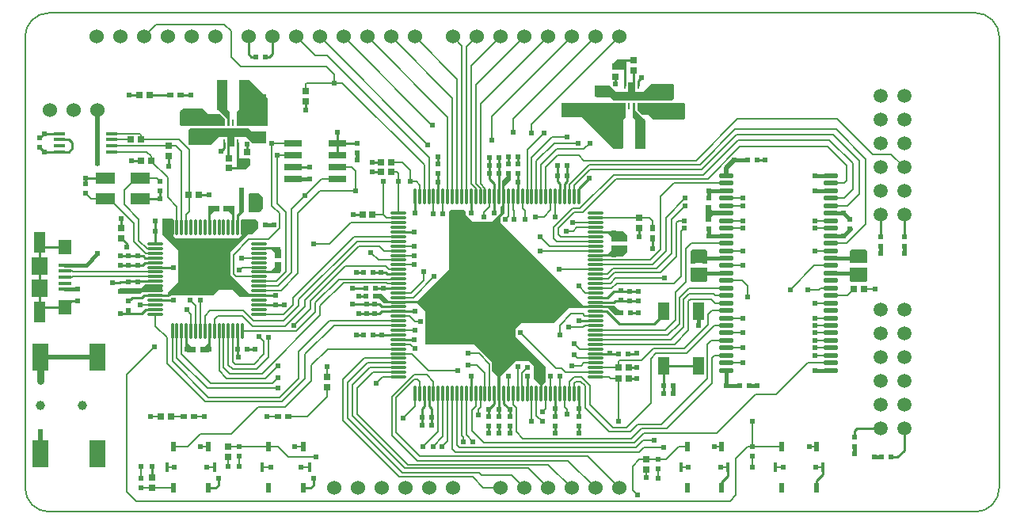
<source format=gtl>
%FSLAX25Y25*%
%MOIN*%
G70*
G01*
G75*
G04 Layer_Physical_Order=1*
G04 Layer_Color=255*
%ADD10O,0.06102X0.02165*%
%ADD11R,0.04921X0.01378*%
%ADD12O,0.07087X0.01181*%
%ADD13O,0.01181X0.07087*%
%ADD14R,0.02362X0.03937*%
%ADD15R,0.01772X0.03937*%
%ADD16R,0.07480X0.02835*%
%ADD17R,0.04921X0.07284*%
%ADD18R,0.09843X0.03543*%
%ADD19R,0.00984X0.03150*%
%ADD20R,0.07087X0.11811*%
%ADD21R,0.05118X0.09055*%
%ADD22R,0.07087X0.07480*%
%ADD23R,0.05512X0.06299*%
%ADD24R,0.05315X0.01575*%
%ADD25R,0.07874X0.04724*%
%ADD26R,0.04331X0.12598*%
%ADD27R,0.02953X0.02559*%
%ADD28R,0.02756X0.01969*%
%ADD29R,0.01969X0.02756*%
%ADD30R,0.05906X0.05118*%
%ADD31R,0.02362X0.01969*%
%ADD32R,0.02559X0.02953*%
%ADD33R,0.01969X0.02362*%
%ADD34C,0.00600*%
%ADD35C,0.01000*%
%ADD36C,0.01500*%
%ADD37C,0.02000*%
%ADD38C,0.03000*%
%ADD39C,0.06000*%
%ADD40C,0.05906*%
%ADD41C,0.03937*%
%ADD42C,0.02400*%
G36*
X108400Y110768D02*
Y107168D01*
X106000D01*
Y109169D01*
X104500Y110669D01*
X101500D01*
Y111669D01*
X107500D01*
X108400Y110768D01*
D02*
G37*
G36*
X355209Y110146D02*
Y105000D01*
X348009D01*
Y110246D01*
X348710Y110946D01*
X354410D01*
X355209Y110146D01*
D02*
G37*
G36*
X288000Y110246D02*
Y105000D01*
X280800D01*
Y110146D01*
X281600Y110946D01*
X287300D01*
X288000Y110246D01*
D02*
G37*
G36*
X254200Y109807D02*
X252252Y107859D01*
X240835D01*
Y108859D01*
X245985D01*
X247485Y110359D01*
Y112359D01*
X254200D01*
Y109807D01*
D02*
G37*
G36*
X82511Y126900D02*
X80511D01*
X79011Y125400D01*
Y122400D01*
X78011D01*
Y128400D01*
X78911Y129300D01*
X82511D01*
Y126900D01*
D02*
G37*
G36*
X92800Y136400D02*
Y126800D01*
X90900Y124900D01*
Y120200D01*
X89800D01*
Y125600D01*
X90800Y126600D01*
Y136400D01*
X91300Y136900D01*
X92300D01*
X92800Y136400D01*
D02*
G37*
G36*
X254200Y116700D02*
Y114148D01*
X247485D01*
Y116148D01*
X245985Y117648D01*
X240835D01*
Y118648D01*
X252252D01*
X254200Y116700D01*
D02*
G37*
G36*
X63300Y123400D02*
Y116400D01*
X64300Y115400D01*
X90700D01*
X91800Y116500D01*
Y117300D01*
Y123400D01*
X97900D01*
X98800Y122500D01*
Y119900D01*
X96200Y117300D01*
X94700D01*
X87100Y109700D01*
Y100000D01*
X95000Y92100D01*
X97800D01*
Y90900D01*
X91300D01*
X88300Y93900D01*
X82300D01*
X79900Y91500D01*
X62300D01*
X61800Y91000D01*
X60768D01*
Y92768D01*
X65300Y97300D01*
Y110300D01*
X58500Y117100D01*
Y119200D01*
Y123900D01*
X62800D01*
X63300Y123400D01*
D02*
G37*
G36*
X78957Y68400D02*
X78057Y67500D01*
X74458D01*
Y69900D01*
X76458D01*
X77957Y71400D01*
Y74400D01*
X78957D01*
Y68400D01*
D02*
G37*
G36*
X69169Y71400D02*
X70669Y69900D01*
X72668D01*
Y67500D01*
X69068D01*
X68168Y68400D01*
Y74400D01*
X69169D01*
Y71400D01*
D02*
G37*
G36*
X58500Y92900D02*
X50200D01*
X49300Y92000D01*
X40700D01*
X39800Y92900D01*
Y93700D01*
X40500Y94400D01*
X49700D01*
X51300Y96000D01*
X58500D01*
Y92900D01*
D02*
G37*
G36*
X108400Y101779D02*
X107500Y100880D01*
X101500D01*
Y101880D01*
X104500D01*
X106000Y103379D01*
Y105379D01*
X108400D01*
Y101779D01*
D02*
G37*
G36*
X355209Y97900D02*
X354410Y97100D01*
X348710D01*
X348009Y97800D01*
Y103046D01*
X355209D01*
Y97900D01*
D02*
G37*
G36*
X288000Y97800D02*
X287300Y97100D01*
X281600D01*
X280800Y97900D01*
Y103046D01*
X288000D01*
Y97800D01*
D02*
G37*
G36*
X85800Y169900D02*
X86900Y168800D01*
Y162800D01*
X85900D01*
Y165900D01*
X81500Y170300D01*
Y182200D01*
X85800D01*
Y169900D01*
D02*
G37*
G36*
X77600Y167900D02*
X82900D01*
X84900Y165900D01*
Y162800D01*
X66500D01*
X65800Y163500D01*
Y168500D01*
X67300Y170000D01*
X75500D01*
X77600Y167900D01*
D02*
G37*
G36*
X96200Y160600D02*
X102200D01*
Y155500D01*
X96400D01*
X93700Y158200D01*
X88800D01*
Y154100D01*
X85900D01*
Y158200D01*
X82600D01*
X82500Y158300D01*
X79000Y154800D01*
X69800D01*
X69400Y155200D01*
Y161000D01*
X70200Y161800D01*
X95000D01*
X96200Y160600D01*
D02*
G37*
G36*
X103000Y174300D02*
Y162800D01*
X89900D01*
Y168800D01*
X91000Y169900D01*
Y182000D01*
X95300D01*
X103000Y174300D01*
D02*
G37*
G36*
X253600Y186400D02*
X248100D01*
Y189200D01*
X249800Y190900D01*
X253600D01*
Y186400D01*
D02*
G37*
G36*
X257500Y177200D02*
X260800D01*
X260900Y177100D01*
X264400Y180600D01*
X273600D01*
X274000Y180200D01*
Y174400D01*
X273200Y173600D01*
X248400D01*
X247200Y174800D01*
X241200D01*
Y179900D01*
X247000D01*
X249700Y177200D01*
X254600D01*
Y181300D01*
X257500D01*
Y177200D01*
D02*
G37*
G36*
X278500Y172000D02*
Y166000D01*
X277900Y165400D01*
X265300D01*
X263200Y167500D01*
X260500D01*
X258500Y169500D01*
Y172600D01*
X277900D01*
X278500Y172000D01*
D02*
G37*
G36*
X289600Y127700D02*
X290200Y127100D01*
X296000D01*
Y125000D01*
X290300D01*
X289600Y124300D01*
Y122600D01*
X287300D01*
Y129600D01*
X289600D01*
Y127700D01*
D02*
G37*
G36*
X205300Y140000D02*
X202700Y137400D01*
Y126000D01*
X201000Y124300D01*
Y122200D01*
X236000Y87200D01*
X248900D01*
X250600Y85500D01*
X250900D01*
Y83000D01*
X249200D01*
X246100Y86100D01*
X229500D01*
X223100Y79700D01*
X209600D01*
X207300Y77300D01*
Y73900D01*
X219800Y61400D01*
Y55200D01*
X218500Y53900D01*
Y47300D01*
X217500D01*
X217400Y47400D01*
X217500Y47500D01*
Y53800D01*
X214800Y56500D01*
Y61900D01*
X212900Y63800D01*
X207200D01*
X200800Y57400D01*
Y47600D01*
X199700D01*
Y57500D01*
X197300Y59900D01*
Y63400D01*
X190000Y70700D01*
X169300D01*
Y84800D01*
X166027Y88100D01*
X152000D01*
X150000Y90100D01*
X148600D01*
Y92100D01*
X150800D01*
X153700Y89200D01*
X166000D01*
X179300Y102500D01*
Y126900D01*
X179800Y127400D01*
X185700D01*
X186300Y126800D01*
Y125400D01*
X189300Y122400D01*
X197300D01*
X200800Y125900D01*
Y128500D01*
X201700Y129400D01*
Y139800D01*
X203400Y141500D01*
Y143700D01*
X205300D01*
Y140000D01*
D02*
G37*
G36*
X88800Y128400D02*
Y122400D01*
X87800D01*
Y125400D01*
X86300Y126900D01*
X84300D01*
Y129300D01*
X87900D01*
X88800Y128400D01*
D02*
G37*
G36*
X100800Y132900D02*
Y127900D01*
X99300Y126400D01*
X94800D01*
Y133900D01*
X95300Y134400D01*
X99300D01*
X100800Y132900D01*
D02*
G37*
G36*
X253500Y166600D02*
X252400Y165500D01*
Y153400D01*
X248100D01*
X235100Y166500D01*
X226500D01*
Y172600D01*
X253500D01*
Y166600D01*
D02*
G37*
G36*
X257500Y169500D02*
X261900Y165100D01*
Y153200D01*
X257600D01*
Y165500D01*
X256500Y166600D01*
Y172600D01*
X257500D01*
Y169500D01*
D02*
G37*
G36*
X95300Y146200D02*
X93600Y144500D01*
X89800D01*
Y149000D01*
X95300D01*
Y146200D01*
D02*
G37*
D10*
X295957Y141818D02*
D03*
Y138669D02*
D03*
Y135519D02*
D03*
Y132369D02*
D03*
Y129220D02*
D03*
Y126070D02*
D03*
Y122921D02*
D03*
Y119771D02*
D03*
Y116621D02*
D03*
Y113472D02*
D03*
Y110322D02*
D03*
Y107172D02*
D03*
Y104023D02*
D03*
Y100873D02*
D03*
Y97724D02*
D03*
Y94574D02*
D03*
Y91424D02*
D03*
Y88275D02*
D03*
Y85125D02*
D03*
Y81976D02*
D03*
Y78826D02*
D03*
Y75676D02*
D03*
Y72527D02*
D03*
Y69377D02*
D03*
Y66228D02*
D03*
Y63078D02*
D03*
Y59928D02*
D03*
X340052Y141818D02*
D03*
Y138669D02*
D03*
Y135519D02*
D03*
Y132369D02*
D03*
Y129220D02*
D03*
Y126070D02*
D03*
Y122921D02*
D03*
Y119771D02*
D03*
Y116621D02*
D03*
Y113472D02*
D03*
Y110322D02*
D03*
Y107172D02*
D03*
Y104023D02*
D03*
Y100873D02*
D03*
Y97724D02*
D03*
Y94574D02*
D03*
Y91424D02*
D03*
Y88275D02*
D03*
Y85125D02*
D03*
Y81976D02*
D03*
Y78826D02*
D03*
Y75676D02*
D03*
Y72527D02*
D03*
Y69377D02*
D03*
Y66228D02*
D03*
Y63078D02*
D03*
Y59928D02*
D03*
D11*
X15078Y159639D02*
D03*
Y157080D02*
D03*
Y154520D02*
D03*
Y151961D02*
D03*
X37322Y159639D02*
D03*
Y157080D02*
D03*
Y154520D02*
D03*
Y151961D02*
D03*
D12*
X157765Y57151D02*
D03*
Y59120D02*
D03*
Y61088D02*
D03*
Y63057D02*
D03*
Y65025D02*
D03*
Y66994D02*
D03*
Y68962D02*
D03*
Y70931D02*
D03*
Y72899D02*
D03*
Y74868D02*
D03*
Y76836D02*
D03*
Y78805D02*
D03*
Y80773D02*
D03*
Y82742D02*
D03*
Y84710D02*
D03*
Y86679D02*
D03*
Y88647D02*
D03*
Y90616D02*
D03*
Y92584D02*
D03*
Y94553D02*
D03*
Y96521D02*
D03*
Y98490D02*
D03*
Y100458D02*
D03*
Y102427D02*
D03*
Y104395D02*
D03*
Y106364D02*
D03*
Y108332D02*
D03*
Y110301D02*
D03*
Y112269D02*
D03*
Y114238D02*
D03*
Y116206D02*
D03*
Y118175D02*
D03*
Y120143D02*
D03*
Y122112D02*
D03*
Y124080D02*
D03*
Y126049D02*
D03*
X240835D02*
D03*
Y124080D02*
D03*
Y122112D02*
D03*
Y120143D02*
D03*
Y118175D02*
D03*
Y116206D02*
D03*
Y114238D02*
D03*
Y112269D02*
D03*
Y110301D02*
D03*
Y108332D02*
D03*
Y106364D02*
D03*
Y104395D02*
D03*
Y102427D02*
D03*
Y100458D02*
D03*
Y98490D02*
D03*
Y96521D02*
D03*
Y94553D02*
D03*
Y92584D02*
D03*
Y90616D02*
D03*
Y88647D02*
D03*
Y86679D02*
D03*
Y84710D02*
D03*
Y82742D02*
D03*
Y80773D02*
D03*
Y78805D02*
D03*
Y76836D02*
D03*
Y74868D02*
D03*
Y72899D02*
D03*
Y70931D02*
D03*
Y68962D02*
D03*
Y66994D02*
D03*
Y65025D02*
D03*
Y63057D02*
D03*
Y61088D02*
D03*
Y59120D02*
D03*
Y57151D02*
D03*
X99350Y113164D02*
D03*
Y111195D02*
D03*
Y109227D02*
D03*
Y107258D02*
D03*
Y105290D02*
D03*
Y103321D02*
D03*
Y101353D02*
D03*
Y99384D02*
D03*
Y97416D02*
D03*
Y95447D02*
D03*
Y93479D02*
D03*
Y91510D02*
D03*
Y89542D02*
D03*
Y87573D02*
D03*
Y85605D02*
D03*
Y83636D02*
D03*
X55650D02*
D03*
Y85605D02*
D03*
Y87573D02*
D03*
Y89542D02*
D03*
Y91510D02*
D03*
Y93479D02*
D03*
Y95447D02*
D03*
Y97416D02*
D03*
Y99384D02*
D03*
Y101353D02*
D03*
Y103321D02*
D03*
Y105290D02*
D03*
Y107258D02*
D03*
Y109227D02*
D03*
Y111195D02*
D03*
Y113164D02*
D03*
D13*
X164851Y133135D02*
D03*
X166820D02*
D03*
X168788D02*
D03*
X170757D02*
D03*
X172725D02*
D03*
X174694D02*
D03*
X176662D02*
D03*
X178631D02*
D03*
X180599D02*
D03*
X182568D02*
D03*
X184536D02*
D03*
X186505D02*
D03*
X188473D02*
D03*
X190442D02*
D03*
X192410D02*
D03*
X194379D02*
D03*
X196347D02*
D03*
X198316D02*
D03*
X200284D02*
D03*
X202253D02*
D03*
X204221D02*
D03*
X206190D02*
D03*
X208158D02*
D03*
X210127D02*
D03*
X212095D02*
D03*
X214064D02*
D03*
X216032D02*
D03*
X218001D02*
D03*
X219969D02*
D03*
X221938D02*
D03*
X223906D02*
D03*
X225875D02*
D03*
X227843D02*
D03*
X229812D02*
D03*
X231780D02*
D03*
X233749D02*
D03*
Y50065D02*
D03*
X231780D02*
D03*
X229812D02*
D03*
X227843D02*
D03*
X225875D02*
D03*
X223906D02*
D03*
X221938D02*
D03*
X219969D02*
D03*
X218001D02*
D03*
X216032D02*
D03*
X214064D02*
D03*
X212095D02*
D03*
X210127D02*
D03*
X208158D02*
D03*
X206190D02*
D03*
X204221D02*
D03*
X202253D02*
D03*
X200284D02*
D03*
X198316D02*
D03*
X196347D02*
D03*
X194379D02*
D03*
X192410D02*
D03*
X190442D02*
D03*
X188473D02*
D03*
X186505D02*
D03*
X184536D02*
D03*
X182568D02*
D03*
X180599D02*
D03*
X178631D02*
D03*
X176662D02*
D03*
X174694D02*
D03*
X172725D02*
D03*
X170757D02*
D03*
X168788D02*
D03*
X166820D02*
D03*
X164851D02*
D03*
X62736Y120250D02*
D03*
X64705D02*
D03*
X66673D02*
D03*
X68642D02*
D03*
X70610D02*
D03*
X72579D02*
D03*
X74547D02*
D03*
X76516D02*
D03*
X78484D02*
D03*
X80453D02*
D03*
X82421D02*
D03*
X84390D02*
D03*
X86358D02*
D03*
X88327D02*
D03*
X90295D02*
D03*
X92264D02*
D03*
Y76550D02*
D03*
X90295D02*
D03*
X88327D02*
D03*
X86358D02*
D03*
X84390D02*
D03*
X82421D02*
D03*
X80453D02*
D03*
X78484D02*
D03*
X76516D02*
D03*
X74547D02*
D03*
X72579D02*
D03*
X70610D02*
D03*
X68642D02*
D03*
X66673D02*
D03*
X64705D02*
D03*
X62736D02*
D03*
D14*
X103217Y27761D02*
D03*
Y10439D02*
D03*
X117783D02*
D03*
Y27761D02*
D03*
X279416D02*
D03*
Y10439D02*
D03*
X293984D02*
D03*
Y27761D02*
D03*
X319378D02*
D03*
Y10439D02*
D03*
X333945D02*
D03*
Y27761D02*
D03*
X63217D02*
D03*
Y10439D02*
D03*
X77784D02*
D03*
Y27761D02*
D03*
D15*
X100559Y19100D02*
D03*
X120441D02*
D03*
X276759D02*
D03*
X296641D02*
D03*
X316721D02*
D03*
X336602D02*
D03*
X60559D02*
D03*
X80441D02*
D03*
D16*
X113648Y155500D02*
D03*
Y150500D02*
D03*
Y145500D02*
D03*
Y140500D02*
D03*
X132152Y155500D02*
D03*
Y150500D02*
D03*
Y145500D02*
D03*
Y140500D02*
D03*
D17*
X269516Y61983D02*
D03*
X284084D02*
D03*
Y84817D02*
D03*
X269516D02*
D03*
D18*
X256025Y175400D02*
D03*
X87375Y160000D02*
D03*
D19*
X258978Y171069D02*
D03*
X257010D02*
D03*
X255041D02*
D03*
X253072D02*
D03*
Y179731D02*
D03*
X255041D02*
D03*
X257010D02*
D03*
X258978D02*
D03*
X84422Y155669D02*
D03*
X86391D02*
D03*
X88359D02*
D03*
X90328D02*
D03*
Y164331D02*
D03*
X88359D02*
D03*
X86391D02*
D03*
X84422D02*
D03*
D20*
X31116Y24675D02*
D03*
X7100D02*
D03*
Y65620D02*
D03*
X31116D02*
D03*
D21*
X6968Y84436D02*
D03*
Y113964D02*
D03*
D22*
Y103924D02*
D03*
Y94476D02*
D03*
D23*
X17500Y111798D02*
D03*
Y86602D02*
D03*
D24*
Y104318D02*
D03*
Y101759D02*
D03*
Y99200D02*
D03*
Y96641D02*
D03*
Y94082D02*
D03*
D25*
X49183Y132269D02*
D03*
Y140931D02*
D03*
X34617D02*
D03*
Y132269D02*
D03*
D26*
X259724Y159600D02*
D03*
X250276D02*
D03*
X83650Y175700D02*
D03*
X93099D02*
D03*
D27*
X154800Y147400D02*
D03*
X150469D02*
D03*
Y143500D02*
D03*
X154800D02*
D03*
X48835Y175900D02*
D03*
X53165D02*
D03*
X49487Y157080D02*
D03*
X45157D02*
D03*
X73965Y133800D02*
D03*
X69635D02*
D03*
X49535Y148000D02*
D03*
X53865D02*
D03*
X349500Y94000D02*
D03*
X353831D02*
D03*
X254765Y56400D02*
D03*
X250435D02*
D03*
X254765Y61100D02*
D03*
X250435D02*
D03*
X62265Y40400D02*
D03*
X57935D02*
D03*
X147065Y125400D02*
D03*
X142735D02*
D03*
D28*
X111465Y40400D02*
D03*
X107135D02*
D03*
X61835Y175900D02*
D03*
X66165D02*
D03*
X71765Y40400D02*
D03*
X67435D02*
D03*
D29*
X265000Y119965D02*
D03*
Y115635D02*
D03*
D30*
X243500Y177340D02*
D03*
Y169860D02*
D03*
X72475Y158460D02*
D03*
Y165940D02*
D03*
X99275Y158000D02*
D03*
Y165480D02*
D03*
X271000Y176940D02*
D03*
Y169460D02*
D03*
D31*
X264700Y175037D02*
D03*
Y171100D02*
D03*
X267077Y18557D02*
D03*
Y22494D02*
D03*
X307000Y23763D02*
D03*
Y27700D02*
D03*
X140700Y151532D02*
D03*
Y155468D02*
D03*
X48200Y104131D02*
D03*
Y108069D02*
D03*
X44100Y104131D02*
D03*
Y108069D02*
D03*
Y93231D02*
D03*
Y97168D02*
D03*
X48300Y93231D02*
D03*
Y97168D02*
D03*
X106200Y87532D02*
D03*
Y91469D02*
D03*
X44300Y85232D02*
D03*
Y89169D02*
D03*
X107200Y108369D02*
D03*
Y104431D02*
D03*
X6900Y157768D02*
D03*
Y153832D02*
D03*
X26200Y138537D02*
D03*
Y134600D02*
D03*
X57600Y135563D02*
D03*
Y139500D02*
D03*
X349507Y102075D02*
D03*
Y106012D02*
D03*
X348000Y119532D02*
D03*
Y123468D02*
D03*
X353731Y102075D02*
D03*
Y106012D02*
D03*
X288440Y123571D02*
D03*
Y119634D02*
D03*
X288454Y128591D02*
D03*
Y132528D02*
D03*
X281976Y105971D02*
D03*
Y102034D02*
D03*
X286789Y105971D02*
D03*
Y102034D02*
D03*
X370800Y112163D02*
D03*
Y116100D02*
D03*
X360800Y112163D02*
D03*
Y116100D02*
D03*
X349800Y27963D02*
D03*
Y31900D02*
D03*
X195800Y36432D02*
D03*
Y40369D02*
D03*
X223906Y36531D02*
D03*
Y40468D02*
D03*
X253000Y115168D02*
D03*
Y111232D02*
D03*
X248700Y115168D02*
D03*
Y111232D02*
D03*
X174694Y146869D02*
D03*
Y142931D02*
D03*
X204300Y146869D02*
D03*
Y142931D02*
D03*
X200300Y36432D02*
D03*
Y40369D02*
D03*
X208158Y146869D02*
D03*
Y142931D02*
D03*
X204800Y36432D02*
D03*
Y40369D02*
D03*
X251500Y93337D02*
D03*
Y89400D02*
D03*
X233749Y36531D02*
D03*
Y40468D02*
D03*
X255100Y93237D02*
D03*
Y89300D02*
D03*
X144500Y83732D02*
D03*
Y87669D02*
D03*
X147900Y83732D02*
D03*
Y87669D02*
D03*
X49500Y14337D02*
D03*
Y10400D02*
D03*
X90835Y23863D02*
D03*
Y27800D02*
D03*
X79175Y160231D02*
D03*
Y164169D02*
D03*
D32*
X118800Y173069D02*
D03*
Y177400D02*
D03*
X262142Y18223D02*
D03*
Y22554D02*
D03*
X61300Y150035D02*
D03*
Y154365D02*
D03*
X41300Y115635D02*
D03*
Y119965D02*
D03*
X259300Y119769D02*
D03*
Y124100D02*
D03*
X54100Y14731D02*
D03*
Y10400D02*
D03*
X86100Y23535D02*
D03*
Y27865D02*
D03*
X127800Y52900D02*
D03*
Y57231D02*
D03*
X94100Y147635D02*
D03*
Y151965D02*
D03*
X86435Y149331D02*
D03*
Y145000D02*
D03*
X249300Y187765D02*
D03*
Y183435D02*
D03*
X257000Y186035D02*
D03*
Y190365D02*
D03*
D33*
X101868Y121300D02*
D03*
X97931D02*
D03*
X55632Y122700D02*
D03*
X59569D02*
D03*
X95768Y132400D02*
D03*
X91831D02*
D03*
X95768Y128000D02*
D03*
X91831D02*
D03*
X85268Y128100D02*
D03*
X81331D02*
D03*
X94269Y68800D02*
D03*
X90332D02*
D03*
X75568Y68700D02*
D03*
X71631D02*
D03*
X305471Y53473D02*
D03*
X301534D02*
D03*
X308789Y148461D02*
D03*
X304852D02*
D03*
X361300Y23400D02*
D03*
X365237D02*
D03*
X101800Y191900D02*
D03*
X97863D02*
D03*
X167832Y40300D02*
D03*
X171768D02*
D03*
X273502Y53466D02*
D03*
X269565D02*
D03*
X254569Y66994D02*
D03*
X250631D02*
D03*
X224832Y141900D02*
D03*
X228768D02*
D03*
X255542Y84332D02*
D03*
X251606D02*
D03*
X144332Y91100D02*
D03*
X148268D02*
D03*
X196335Y146304D02*
D03*
X200272D02*
D03*
X196335Y142804D02*
D03*
X200272D02*
D03*
X143363Y74868D02*
D03*
X147300D02*
D03*
X144332Y94600D02*
D03*
X148268D02*
D03*
X143141Y101091D02*
D03*
X147078D02*
D03*
D34*
X47400Y4900D02*
X297400D01*
X43500Y8800D02*
X47400Y4900D01*
X111465Y40400D02*
X119500D01*
X127800Y48700D01*
X87600Y33100D02*
X99000Y44500D01*
X110200D01*
X91000Y102000D02*
X92321Y103321D01*
X88400Y108500D02*
X95000Y115100D01*
X88400Y100600D02*
Y108500D01*
Y100600D02*
X89616Y99384D01*
X99350D01*
X134900Y96900D02*
X152900D01*
X125000Y87000D02*
X134900Y96900D01*
X125000Y83100D02*
Y87000D01*
X100400Y58500D02*
X125000Y83100D01*
X121200Y62000D02*
X128162Y68962D01*
X132809Y98309D02*
X157584D01*
X123000Y88500D02*
X132809Y98309D01*
X123000Y84600D02*
Y88500D01*
X114950Y76550D02*
X123000Y84600D01*
X135500Y103900D02*
X152400D01*
X120900Y89300D02*
X135500Y103900D01*
X120900Y85900D02*
Y89300D01*
X113900Y78900D02*
X120900Y85900D01*
X141200Y112300D02*
X149900D01*
X118550Y89650D02*
X141200Y112300D01*
X110100Y78500D02*
X118550Y86950D01*
Y89650D01*
X116000Y89800D02*
X140438Y114238D01*
X116000Y87300D02*
Y89800D01*
X109400Y80700D02*
X116000Y87300D01*
X140438Y114238D02*
X157765D01*
X113500Y90400D02*
X139306Y116206D01*
X113500Y87500D02*
Y90400D01*
X109636Y83636D02*
X113500Y87500D01*
X139306Y116206D02*
X157765D01*
X122300Y113000D02*
X128800D01*
X229000Y41500D02*
Y43500D01*
X227843Y44657D02*
X229000Y43500D01*
X227843Y44657D02*
Y50065D01*
X218500Y42500D02*
X219969Y43969D01*
X246500Y34000D02*
X255400D01*
X236400Y44100D02*
X246500Y34000D01*
X236400Y44100D02*
Y53600D01*
X255400Y34000D02*
X258600Y37200D01*
X253800Y35900D02*
X264200Y46300D01*
X248100Y35900D02*
X253800D01*
X238400Y45600D02*
X248100Y35900D01*
X238400Y45600D02*
Y53600D01*
X264200Y46300D02*
Y64900D01*
X258600Y37200D02*
X268400D01*
X260200Y35400D02*
X271000D01*
X256000Y31200D02*
X260200Y35400D01*
X210300Y31200D02*
X256000D01*
X261300Y33500D02*
X291900D01*
X257200Y29400D02*
X261300Y33500D01*
X193800Y29400D02*
X257200D01*
X260800Y30500D02*
X265500D01*
X257900Y27600D02*
X260800Y30500D01*
X183500Y27600D02*
X257900D01*
X261100Y27500D02*
X269500D01*
X259100Y25500D02*
X261100Y27500D01*
X182000Y25500D02*
X259100D01*
X216032Y40968D02*
X218500Y38500D01*
X207500Y34000D02*
X210300Y31200D01*
X207500Y34000D02*
Y44200D01*
X206190Y45510D02*
X207500Y44200D01*
X231900Y66500D02*
X233375Y65025D01*
X232000Y71000D02*
X234169Y68831D01*
X168500Y97900D02*
Y101400D01*
X163184Y92584D02*
X168500Y97900D01*
X164116Y90616D02*
X173000Y99500D01*
X157765Y90616D02*
X164116D01*
X228500Y118500D02*
X231400D01*
X226294Y116206D02*
X240835D01*
X225300Y117200D02*
X226294Y116206D01*
X225300Y117200D02*
Y119900D01*
X232000Y126600D01*
X224694Y114106D02*
X240704D01*
X223300Y115500D02*
X224694Y114106D01*
X223300Y115500D02*
Y120200D01*
X231100Y128000D01*
X221431Y112269D02*
X240835D01*
X217500Y116200D02*
X221431Y112269D01*
X217500Y110301D02*
X240835D01*
X235600Y78000D02*
X236405Y78805D01*
X229500Y78000D02*
X235600D01*
X225800Y74900D02*
Y78900D01*
X224900Y150400D02*
X233900D01*
X219969Y145469D02*
X224900Y150400D01*
X219969Y133135D02*
Y145469D01*
X224500Y153000D02*
X236000D01*
X218001Y146501D02*
X224500Y153000D01*
X218001Y133135D02*
Y146501D01*
X222600Y158100D02*
X229000D01*
X214064Y149564D02*
X222600Y158100D01*
X214064Y133135D02*
Y149564D01*
X223400Y155500D02*
X233500D01*
X236000Y153000D02*
X238400Y155400D01*
X147065Y125400D02*
X151600D01*
X20906Y101353D02*
X55650D01*
X20500Y101759D02*
X20906Y101353D01*
X17500Y101759D02*
X20500D01*
X20684Y99384D02*
X55650D01*
X20500Y99200D02*
X20684Y99384D01*
X17500Y99200D02*
X20500D01*
X102700Y40400D02*
X107135D01*
X71765D02*
X76200D01*
X62265D02*
X67435D01*
X235500Y83700D02*
X236327Y82873D01*
X230600Y83700D02*
X235500D01*
X225800Y78900D02*
X230600Y83700D01*
X236327Y82873D02*
X240704D01*
X168300Y27900D02*
X174694Y34294D01*
Y50065D01*
X50800Y200400D02*
X55900Y205500D01*
X55650Y78550D02*
X60500Y73700D01*
Y62799D02*
Y73700D01*
Y62799D02*
X76599Y46700D01*
X55650Y78550D02*
Y83636D01*
X197100Y156700D02*
Y166700D01*
X206300Y160000D02*
Y165900D01*
X240800Y200400D01*
X95000Y115100D02*
X103200D01*
X107800Y119700D01*
X64179Y154520D02*
X66673Y152027D01*
X37322Y154520D02*
X64179D01*
X66673Y120250D02*
Y152027D01*
X64705Y120250D02*
Y128895D01*
X60800Y132800D02*
X64705Y128895D01*
X60800Y132800D02*
Y141100D01*
X53922Y147978D02*
X60800Y141100D01*
X338400Y154200D02*
X346600Y146000D01*
X301700Y154200D02*
X338400D01*
X288100Y140600D02*
X301700Y154200D01*
X36131Y132269D02*
X46700Y121700D01*
Y114100D02*
Y121700D01*
Y114100D02*
X51573Y109227D01*
X42500Y129700D02*
Y135900D01*
Y129700D02*
X48700Y123500D01*
Y114600D02*
Y123500D01*
Y114600D02*
X52100Y111200D01*
X42500Y135900D02*
X47531Y140931D01*
X231400Y118500D02*
X233043Y120143D01*
X240835D01*
X49516Y14344D02*
Y19376D01*
X228180Y59120D02*
X240835D01*
X226400Y60900D02*
X228180Y59120D01*
X224200Y60900D02*
X226400D01*
X209300Y75800D02*
X224200Y60900D01*
X187300Y62300D02*
X190900D01*
X187300Y67000D02*
X191900D01*
X170600Y59900D02*
X182800D01*
X163506Y66994D02*
X170600Y59900D01*
X157765Y66994D02*
X163506D01*
X279200Y67000D02*
X291026Y78826D01*
X266300Y67000D02*
X279200D01*
X291026Y78826D02*
X295957D01*
X249820Y96500D02*
X273900D01*
X247732Y94412D02*
X249820Y96500D01*
X240976Y94412D02*
X247732D01*
X236405Y78805D02*
X240835D01*
X273900Y96500D02*
X276800Y99400D01*
X249300Y98700D02*
X269800D01*
X247121Y96521D02*
X249300Y98700D01*
X240835Y96521D02*
X247121D01*
X248800Y101100D02*
X268200D01*
X246190Y98490D02*
X248800Y101100D01*
X241600Y98490D02*
X246190D01*
X248300Y102900D02*
X266500D01*
X245858Y100458D02*
X248300Y102900D01*
X240835Y100458D02*
X245858D01*
X268200Y101100D02*
X274900Y107800D01*
X266500Y102900D02*
X272800Y109200D01*
X240704Y82873D02*
X240835Y82742D01*
X206190Y45510D02*
Y50065D01*
X185300Y29900D02*
Y31900D01*
X184536Y32664D02*
X185300Y31900D01*
X188800Y34400D02*
Y43300D01*
X186505Y32695D02*
X189300Y29900D01*
X184536Y32664D02*
Y50065D01*
X182568Y28532D02*
X183500Y27600D01*
X182568Y28532D02*
Y50065D01*
X180599Y26901D02*
X182000Y25500D01*
X180599Y26901D02*
Y50065D01*
X225400Y102427D02*
X240835D01*
X60559Y19100D02*
X63700D01*
X74642Y27761D02*
X77784D01*
X77300Y19100D02*
X80441D01*
X114100Y27761D02*
X117783D01*
X49300Y87573D02*
X55650D01*
X51573Y109227D02*
X55650D01*
X62736Y63764D02*
Y76550D01*
X64705Y65295D02*
Y76550D01*
X49183Y140931D02*
X56169D01*
X57600Y139500D01*
X26250Y134650D02*
X28631Y132269D01*
X34617D01*
X37322Y157059D02*
X45322D01*
X37322Y159618D02*
X48983D01*
X49487Y159114D01*
Y157080D02*
Y159114D01*
X68642Y120250D02*
Y125642D01*
X70610Y76550D02*
Y83590D01*
X74547Y76550D02*
Y89400D01*
X80453Y76550D02*
Y81353D01*
X52039Y151961D02*
X53922Y150078D01*
X37322Y151961D02*
X52039D01*
X53922Y147978D02*
Y150078D01*
X49487Y157080D02*
X65455D01*
X307000Y27700D02*
X319378D01*
X333461Y19039D02*
X336602D01*
X330804Y27700D02*
X333945D01*
X316721Y19039D02*
X319861D01*
X267077Y14626D02*
Y18557D01*
X240835Y124100D02*
X263600D01*
X265000Y122700D01*
Y119965D02*
Y122700D01*
X91842Y107258D02*
X99350D01*
X92321Y103321D02*
X99350D01*
X107800Y119700D02*
Y126100D01*
X66673Y66727D02*
Y76550D01*
X68800Y85400D02*
X70610Y83590D01*
X72579Y76550D02*
Y87079D01*
X70279Y89379D02*
X72579Y87079D01*
X88195Y76418D02*
X88327Y76550D01*
X99350Y97416D02*
X106616D01*
X110600Y101400D01*
X99350Y95447D02*
X107347D01*
X125600Y140500D02*
X132152D01*
X99350Y93479D02*
X99482Y93610D01*
X138200Y145500D02*
X139900Y143800D01*
X132152Y145500D02*
X138200D01*
X104700Y129200D02*
X107800Y126100D01*
X106900Y130300D02*
X110600Y126600D01*
Y101400D02*
Y126600D01*
X107347Y95447D02*
X113000Y101100D01*
Y127900D01*
X115700Y126200D02*
X125000Y135500D01*
X134800Y200400D02*
X172294Y162906D01*
X124800Y200400D02*
X170300Y154900D01*
X172725Y125925D02*
Y133135D01*
X176662Y125962D02*
Y133135D01*
X154800Y200400D02*
X180599Y174601D01*
X164800Y200400D02*
X182568Y182632D01*
X190400Y180000D02*
X210800Y200400D01*
X196225Y133013D02*
X196347Y133135D01*
X192400Y172000D02*
X220800Y200400D01*
X197100Y166700D02*
X230800Y200400D01*
X210127Y128073D02*
Y133135D01*
X213800Y163400D02*
X250800Y200400D01*
X157584Y98309D02*
X157765Y98490D01*
X80453Y81353D02*
X82000Y82900D01*
X92100D01*
X96500Y78500D01*
X76516Y76550D02*
Y82916D01*
X78600Y85000D01*
X92600D01*
X96900Y80700D01*
X88195Y63405D02*
Y76418D01*
X86358Y62142D02*
Y76550D01*
X151151Y57151D02*
X157765D01*
X168788Y133135D02*
X168800Y133147D01*
X151600Y125400D02*
X152920Y124080D01*
X157765D01*
X104700Y129200D02*
Y155500D01*
X113648D01*
X106900Y130300D02*
Y150500D01*
X113648D01*
X125000Y135500D02*
X139900D01*
Y143800D01*
X113000Y127900D02*
X118700Y133600D01*
X125600Y140500D01*
X240835Y57151D02*
X246449D01*
X247200Y56400D01*
X250435D01*
X240847Y61100D02*
X250435D01*
X178631Y30231D02*
Y50065D01*
X212500Y18700D02*
X220800Y10400D01*
X220900Y20300D02*
X230800Y10400D01*
X165800Y21900D02*
X229300D01*
X240800Y10400D01*
X256400Y9600D02*
X258450Y7550D01*
X96900Y80700D02*
X109400D01*
X96500Y78500D02*
X110100D01*
X157765Y108332D02*
X164700D01*
X157765Y112269D02*
X164700D01*
X157765Y104395D02*
X164700D01*
X92264Y76550D02*
X114950D01*
X153279Y96521D02*
X157765D01*
X152900Y96900D02*
X153279Y96521D01*
X88195Y63405D02*
X89100Y62500D01*
X86358Y62142D02*
X88100Y60400D01*
X66673Y66727D02*
X78800Y54600D01*
X105000D01*
X84390Y61110D02*
Y76550D01*
Y61110D02*
X87000Y58500D01*
X100400D01*
X82421Y59779D02*
Y76550D01*
Y59779D02*
X85600Y56600D01*
X101900D01*
X64705Y65295D02*
X77500Y52500D01*
X157765Y76836D02*
X164780D01*
X128873Y80773D02*
X157765D01*
Y70931D02*
X162869D01*
X86100Y27800D02*
X90835D01*
X143425Y65025D02*
X157765D01*
X134400Y56000D02*
X143425Y65025D01*
X144757Y63057D02*
X157765D01*
X145788Y61088D02*
X157765D01*
X147120Y59120D02*
X157765D01*
X136500Y54800D02*
X144757Y63057D01*
X138600Y53900D02*
X145788Y61088D01*
X140600Y52600D02*
X147120Y59120D01*
X155300Y32400D02*
X165800Y21900D01*
X155300Y32400D02*
Y48900D01*
X156900Y33700D02*
Y48500D01*
X164400Y56000D01*
X166000D01*
X166800Y55200D01*
X164851Y44751D02*
Y50065D01*
X159800Y39700D02*
X164851Y44751D01*
X166820Y50065D02*
Y55180D01*
X155300Y48900D02*
X164400Y58000D01*
X170000D01*
X172725Y55275D01*
Y50065D02*
Y55275D01*
X176662Y32162D02*
Y50065D01*
X186505Y32695D02*
Y50065D01*
X178631Y133135D02*
Y166569D01*
X144800Y200400D02*
X178631Y166569D01*
X180599Y133135D02*
Y174601D01*
X182568Y133135D02*
Y182632D01*
X184536Y133135D02*
Y196664D01*
X180800Y200400D02*
X184536Y196664D01*
X186505Y133135D02*
Y196105D01*
X190800Y200400D01*
X212095Y133135D02*
Y152795D01*
X219200Y159900D01*
X221938Y127338D02*
Y133135D01*
X219090Y124490D02*
X221938Y127338D01*
X215600Y124490D02*
X219090D01*
X223906D02*
Y133135D01*
X229812D02*
Y138112D01*
X231780Y133135D02*
Y137680D01*
X238500Y144400D01*
X285500D01*
X229812Y138112D02*
X238200Y146500D01*
X284800D01*
X240704Y114106D02*
X240835Y114238D01*
X273768Y138669D02*
X295957D01*
X333218Y122921D02*
X340052D01*
X353831Y94000D02*
X358493D01*
X340052Y91424D02*
X346924D01*
X233900Y150400D02*
X236000Y148300D01*
X283200D01*
X300600Y165700D01*
X307000Y27700D02*
Y38400D01*
X231780Y50065D02*
Y54380D01*
X232700Y55300D01*
X234700D01*
X236400Y53600D01*
X229812Y50065D02*
Y55112D01*
X231800Y57100D01*
X234900D01*
X238400Y53600D01*
X237400Y23800D02*
X250800Y10400D01*
X156900Y33700D02*
X166800Y23800D01*
X237400D01*
X250435Y38400D02*
Y56400D01*
X251000Y64200D02*
X260300D01*
X250435Y63635D02*
X251000Y64200D01*
X250435Y61100D02*
Y63635D01*
X289825Y85125D02*
X295957D01*
X233375Y65025D02*
X240835D01*
X235957Y63057D02*
X240835D01*
X234757Y61857D02*
X235957Y63057D01*
X230800Y61857D02*
X234757D01*
X216032Y40968D02*
Y50065D01*
X214064Y38500D02*
Y50065D01*
X219969Y43969D02*
Y50065D01*
X204221D02*
Y57238D01*
X208158Y50065D02*
Y61400D01*
X240704Y68831D02*
X240835Y68962D01*
X234169Y68831D02*
X240704D01*
X340052Y138669D02*
X345468D01*
X346600Y139800D01*
Y146000D01*
X286300Y142300D02*
X300900Y156900D01*
X339300D01*
X349200Y147000D01*
X285500Y144400D02*
X300100Y159000D01*
X341000D01*
X284800Y146500D02*
X299700Y161400D01*
X342200D01*
X340052Y129220D02*
X346920D01*
X351800Y134100D01*
Y148200D01*
X341000Y159000D02*
X351800Y148200D01*
X340052Y132369D02*
X345569D01*
X349200Y136000D01*
Y147000D01*
X342200Y161400D02*
X354700Y148900D01*
X340052Y113472D02*
X346572D01*
X354700Y121600D01*
Y148900D01*
X333170Y119791D02*
X340004D01*
X295957Y132369D02*
X302791D01*
X295957Y129220D02*
X302791D01*
X268300Y133200D02*
X273768Y138669D01*
X270500Y124319D02*
X278550Y132369D01*
X295957Y119771D02*
X302791D01*
X295957Y122921D02*
X302791D01*
X295957Y110322D02*
X302791D01*
X295957Y104023D02*
X302791D01*
X280274Y94574D02*
X295957D01*
X291225Y88275D02*
X295957D01*
X295933Y91400D02*
X295957Y91424D01*
X280900Y89900D02*
X289600D01*
X291225Y88275D01*
X280100Y92000D02*
X290700D01*
X291300Y91400D01*
X295933D01*
X264200Y64900D02*
X266300Y67000D01*
X260300Y64200D02*
X265300Y69200D01*
X288100Y83400D02*
X289825Y85125D01*
X287800Y56600D02*
Y70900D01*
X268400Y37200D02*
X287800Y56600D01*
X271000Y35400D02*
X290000Y54400D01*
X291028Y66228D02*
X295957D01*
X290000Y65200D02*
X291028Y66228D01*
X290000Y54400D02*
Y65200D01*
X289427Y72527D02*
X295957D01*
X287800Y70900D02*
X289427Y72527D01*
X265300Y69200D02*
X278300D01*
X288100Y79000D01*
Y83400D01*
X295957Y81976D02*
X302791D01*
X295957Y75676D02*
X302791D01*
X295957Y69377D02*
X302791D01*
X295957Y63078D02*
X302791D01*
X333218Y110322D02*
X340052D01*
X335474Y94574D02*
X340052D01*
X333218Y88275D02*
X340052D01*
X333218Y81976D02*
X340052D01*
X333218Y78826D02*
X340052D01*
X333218Y75676D02*
X340052D01*
X333218Y72527D02*
X340052D01*
X333218Y69377D02*
X340052D01*
X333218Y66228D02*
X340052D01*
X225875Y50065D02*
Y57400D01*
X272800Y123470D02*
X278550Y129220D01*
X274900Y122000D02*
X275820Y122921D01*
X278200D01*
X276800Y99400D02*
Y118371D01*
X278200Y119771D01*
X278800Y97200D02*
Y111000D01*
X280000Y89000D02*
X280900Y89900D01*
X278000D02*
X280100Y92000D01*
X276100Y90400D02*
X280274Y94574D01*
X274400Y92800D02*
X278800Y97200D01*
X240835Y70931D02*
X274131D01*
X280000Y76800D01*
Y89000D01*
X240835Y72899D02*
X272599D01*
X278000Y78300D01*
Y89900D01*
X240835Y74868D02*
X271368D01*
X276100Y79600D01*
Y90400D01*
X240835Y76836D02*
X270136D01*
X274400Y81100D01*
Y92800D01*
X236616Y92584D02*
X240835D01*
X233800Y95400D02*
X236616Y92584D01*
X295957Y97724D02*
X302500D01*
X304800Y90900D02*
Y95424D01*
X302500Y97724D02*
X304800Y95424D01*
X322800Y93900D02*
X332923Y104023D01*
X340052D01*
X334800Y93900D02*
X335474Y94574D01*
X330200Y93900D02*
X334800D01*
X216032Y148132D02*
X223400Y155500D01*
X216032Y133135D02*
Y148132D01*
X330178Y63078D02*
X340052D01*
X316900Y49800D02*
X330178Y63078D01*
X291900Y33500D02*
X308200Y49800D01*
X316900D01*
X140600Y41500D02*
Y52600D01*
Y41500D02*
X161800Y20300D01*
X220900D01*
X138600Y40700D02*
Y53900D01*
Y40700D02*
X160600Y18700D01*
X212500D01*
X136500Y39800D02*
Y54800D01*
Y39800D02*
X159400Y16900D01*
X134400Y38700D02*
Y56000D01*
Y38700D02*
X158100Y15000D01*
X274900Y107800D02*
Y122000D01*
X240835Y104395D02*
X264795D01*
X270500Y110100D01*
Y124319D01*
X240835Y106364D02*
X263864D01*
X268300Y110800D01*
Y133200D01*
X116758Y19100D02*
X120441D01*
X100559D02*
X104243D01*
X99350Y83636D02*
X109636D01*
X99482Y93610D02*
X108410D01*
X115700Y100900D01*
Y126200D01*
X276759Y19100D02*
X279900D01*
X290843Y27761D02*
X293984D01*
X293500Y19100D02*
X296641D01*
X272800Y109200D02*
Y123470D01*
X278800Y111000D02*
X281272Y113472D01*
X295957D01*
X157765Y82742D02*
X162458D01*
X164800Y80400D01*
X167300D01*
X191900Y67000D02*
X196347Y62553D01*
Y50065D02*
Y62553D01*
X190900Y62300D02*
X194379Y58821D01*
Y50065D02*
Y58821D01*
X210127Y128073D02*
X211100Y127100D01*
Y123400D02*
Y127100D01*
X206190Y127510D02*
Y133135D01*
Y127510D02*
X206700Y127000D01*
X193800Y124400D02*
Y126500D01*
X196225Y128925D01*
Y133013D01*
X206700Y123400D02*
Y127000D01*
X68642Y125642D02*
X69800Y126800D01*
Y152735D01*
X65455Y157080D02*
X69800Y152735D01*
X157765Y126049D02*
Y139400D01*
X151600Y125400D02*
Y139400D01*
X234100Y128000D02*
X248400Y142300D01*
X286300D01*
X235600Y126600D02*
X249600Y140600D01*
X288100D01*
X88100Y60400D02*
X98300D01*
X103300Y65400D01*
Y73900D01*
X89100Y62500D02*
X97100D01*
X101300Y66700D01*
Y72000D01*
X99300Y74000D02*
X101300Y72000D01*
X101900Y56600D02*
X107250Y61950D01*
X157549Y90400D02*
X157765Y90616D01*
X297400Y4900D02*
X300000Y7500D01*
X240835Y94553D02*
X240976Y94412D01*
X152400Y103900D02*
X153873Y102427D01*
X157765D01*
X231112Y122112D02*
X240835D01*
X232000Y126600D02*
X235600D01*
X231100Y128000D02*
X234100D01*
X86100Y19400D02*
Y23535D01*
X256400Y9600D02*
Y19600D01*
X259295Y22494D02*
X267077D01*
X256400Y19600D02*
X259295Y22494D01*
X262142Y14700D02*
Y18223D01*
X300000Y7500D02*
Y22900D01*
X304800Y27700D01*
X307000D01*
Y19200D02*
Y23763D01*
X267077Y22526D02*
X270726D01*
X275961Y27761D01*
X279416D01*
X52100Y111200D02*
X54200D01*
X54205Y111195D01*
X55650D01*
X204221Y124821D02*
Y133135D01*
X213800Y159900D02*
Y163400D01*
X202800Y123400D02*
X204221Y124821D01*
X190400Y138400D02*
Y180000D01*
Y138400D02*
X192410Y136390D01*
Y133135D02*
Y136390D01*
X190442Y133135D02*
Y136458D01*
X192400Y138500D02*
Y172000D01*
Y138500D02*
X194379Y136521D01*
Y133135D02*
Y136521D01*
X188400Y188000D02*
X200800Y200400D01*
X188400Y138500D02*
X190442Y136458D01*
X188400Y138500D02*
Y188000D01*
X128162Y68962D02*
X157765D01*
X162869Y70931D02*
X164800Y69000D01*
X77500Y52500D02*
X107300D01*
X157765Y92584D02*
X163184D01*
X76599Y46700D02*
X108900D01*
X62736Y63764D02*
X78000Y48500D01*
X107900D01*
X105000Y54600D02*
X107300Y56900D01*
X149900Y112300D02*
X151899Y110301D01*
X157765D01*
X149400Y106364D02*
X157765D01*
X146332Y109432D02*
X149400Y106364D01*
X190442Y44942D02*
Y50065D01*
X191400Y41300D02*
Y43600D01*
X192410Y44610D01*
Y50065D01*
X188800Y43300D02*
X190442Y44942D01*
X158100Y15000D02*
X189100D01*
X193700Y10400D01*
X200800D01*
X159400Y16900D02*
X191800D01*
X193000Y15700D01*
X205500D01*
X210800Y10400D01*
X188800Y34400D02*
X193800Y29400D01*
X172400Y27900D02*
X176662Y32162D01*
X176300Y27900D02*
X178631Y30231D01*
X115968Y56568D02*
Y67868D01*
X107900Y48500D02*
X115968Y56568D01*
Y67868D02*
X128873Y80773D01*
X108900Y46700D02*
X118700Y56500D01*
Y66700D01*
X130805Y78805D01*
X157765D01*
X221938Y50065D02*
Y57343D01*
X221900Y57381D02*
X221938Y57343D01*
X221900Y57381D02*
Y57400D01*
X209995Y58995D02*
X212300Y61300D01*
X209995Y50196D02*
X210127Y50065D01*
X209995Y50196D02*
Y58995D01*
X365300Y150900D02*
X370800Y145400D01*
X300600Y165700D02*
X342600D01*
X357400Y150900D01*
X365300D01*
X346924Y91424D02*
X349500Y94000D01*
X90835Y18866D02*
Y23863D01*
X90800Y18866D02*
X90835D01*
X49500Y10439D02*
X63217D01*
X103217Y27761D02*
X107239D01*
X111600Y23400D01*
X123100D01*
X90835Y27761D02*
X103217D01*
X127800Y48700D02*
Y52900D01*
X63217Y27761D02*
X69161D01*
X74500Y33100D01*
X87600D01*
X110200Y44500D02*
X121200Y55500D01*
Y62000D01*
X162800Y139400D02*
X165400D01*
X166820Y133135D02*
Y137980D01*
X154800Y147400D02*
X159500D01*
X162800Y144100D01*
Y140400D02*
Y144100D01*
X87400Y191900D02*
X91500Y187800D01*
X55900Y205500D02*
X84700D01*
X87400Y202800D01*
Y191900D02*
Y202800D01*
X170757Y133135D02*
Y149543D01*
X154800Y143500D02*
X157200D01*
X157765Y142935D01*
Y139400D02*
Y142935D01*
X165400Y139400D02*
X166820Y137980D01*
X168800Y133147D02*
Y146400D01*
X114800Y200400D02*
X122800Y192400D01*
X127900D01*
X170757Y149543D01*
X134300Y180900D02*
X168800Y146400D01*
X130800Y180900D02*
X134300D01*
X91500Y187800D02*
X127600D01*
X130800Y184600D01*
Y180900D02*
Y184600D01*
X119300Y180900D02*
X130800D01*
X118800Y180400D02*
X119300Y180900D01*
X118800Y177400D02*
Y180400D01*
X128800Y113000D02*
X137900Y122100D01*
X157765D01*
X148500Y54500D02*
X151151Y57151D01*
X43500Y8800D02*
Y58200D01*
X55200Y69900D01*
X53500Y40400D02*
X57935D01*
X127800Y57231D02*
Y61665D01*
X800Y10400D02*
G03*
X10800Y400I10000J0D01*
G01*
Y210400D02*
G03*
X800Y200400I0J-10000D01*
G01*
X410800D02*
G03*
X400800Y210400I-10000J0D01*
G01*
Y400D02*
G03*
X410800Y10400I0J10000D01*
G01*
X800D02*
Y200400D01*
X10800Y400D02*
X400800D01*
X410800Y10400D02*
Y200400D01*
X10800Y210400D02*
X400800D01*
D35*
X40868Y97168D02*
X44100D01*
X40400Y96700D02*
X40868Y97168D01*
X38500Y96700D02*
X40400D01*
X20098Y89200D02*
X22800D01*
X17500Y86602D02*
X20098Y89200D01*
X146735Y147400D02*
X150469D01*
X138800Y125400D02*
X142735D01*
X6968Y103924D02*
Y111798D01*
X7670D02*
X17500D01*
X6968Y84436D02*
Y94476D01*
X7170Y86602D02*
X17500D01*
X6968Y94476D02*
Y103924D01*
X349800Y31900D02*
Y34400D01*
X350800Y35400D01*
X365237Y23400D02*
X368000D01*
X370800Y26200D01*
X350800Y35400D02*
X360800D01*
X86391Y149375D02*
Y155669D01*
X84422Y153422D02*
Y155669D01*
X83200Y152200D02*
X84422Y153422D01*
X90328Y145000D02*
Y155669D01*
X86435Y145000D02*
X90328D01*
X94100Y151965D02*
Y155000D01*
X249300Y180400D02*
Y183435D01*
X253072Y190400D02*
X256965D01*
X253072Y179731D02*
Y190400D01*
X258978Y181978D02*
X260200Y183200D01*
X258978Y179731D02*
Y181978D01*
X257010Y179731D02*
Y186025D01*
X99350Y91510D02*
X106200D01*
X55650D02*
X61310D01*
X96000Y191900D02*
X97863D01*
X94800Y193100D02*
X96000Y191900D01*
X94800Y193100D02*
Y200400D01*
X308789Y148461D02*
X312069D01*
X54100Y14731D02*
Y19400D01*
X248647Y88647D02*
X249269Y89268D01*
X255542Y84332D02*
X258674D01*
X249269Y89268D02*
X258800D01*
X265400Y79500D02*
X269409Y83509D01*
X250800Y79500D02*
X265400D01*
X245590Y84710D02*
X250800Y79500D01*
X248500Y93200D02*
X258800D01*
X245916Y90616D02*
X248500Y93200D01*
X240835Y90616D02*
X245916D01*
X240835Y84710D02*
X245590D01*
X269409Y83509D02*
Y84710D01*
X240835Y88647D02*
X248647D01*
X195800Y40369D02*
Y43400D01*
X204800Y40369D02*
Y43400D01*
X200300Y40369D02*
Y43384D01*
X55650Y89542D02*
X62758D01*
X51390Y105290D02*
X55650D01*
X50200Y104100D02*
X51390Y105290D01*
X51342Y107258D02*
X55650D01*
X50532Y108069D02*
X51342Y107258D01*
X40832Y108069D02*
X44100D01*
X48200D01*
X50532D01*
X55650Y113164D02*
Y117950D01*
Y103321D02*
X62779D01*
X40800Y104100D02*
X50200D01*
X57600Y132300D02*
Y135600D01*
X49183Y132269D02*
X57569D01*
X26231Y140931D02*
X34617D01*
X26200Y138568D02*
Y140900D01*
X8770Y151961D02*
X15078D01*
X6900Y153832D02*
X8770Y151961D01*
X8770Y159639D02*
X15078D01*
X6900Y157768D02*
X8770Y159639D01*
X15078Y157080D02*
X19320D01*
X20700Y155700D01*
Y153400D02*
Y155700D01*
X19261Y151961D02*
X20700Y153400D01*
X15078Y151961D02*
X19261D01*
X55600Y118600D02*
Y122669D01*
X99350Y87573D02*
X109900D01*
X90295Y65405D02*
Y76550D01*
X45400Y148000D02*
X49535D01*
X61300Y145900D02*
Y150035D01*
X73965Y133800D02*
X78100D01*
X269516Y53515D02*
Y61983D01*
Y53515D02*
X269534Y53498D01*
Y50000D02*
Y53498D01*
X269516Y61983D02*
X284084D01*
X132152Y150500D02*
Y155500D01*
X132184Y155468D02*
X140700D01*
X113648Y145500D02*
X120600D01*
X370800Y26200D02*
Y35400D01*
X360800Y116131D02*
Y125400D01*
X370800Y116131D02*
Y125400D01*
X170757Y44743D02*
Y50065D01*
Y44743D02*
X171768Y43731D01*
Y40300D02*
Y43731D01*
Y36931D02*
Y40300D01*
X167776Y36931D02*
Y43731D01*
X168788Y44743D01*
Y50065D01*
X224863Y139469D02*
Y146268D01*
X225875Y133135D02*
Y138457D01*
X224863Y139469D02*
X225875Y138457D01*
X228855Y139469D02*
Y146268D01*
X227843Y133135D02*
Y138457D01*
X228855Y139469D01*
X147300Y74868D02*
X157765D01*
X150916Y84710D02*
X157765D01*
X149904Y83698D02*
X150916Y84710D01*
X149904Y87691D02*
X150916Y86679D01*
X157765D01*
X141902Y83698D02*
X149904D01*
X141900Y83700D02*
X141902Y83698D01*
X141300Y83700D02*
X141900D01*
X138491Y87691D02*
X149904D01*
X200300Y149594D02*
X200309Y149604D01*
X196309Y149004D02*
Y149604D01*
X196308Y149002D02*
X196309Y149004D01*
X200284Y133135D02*
Y149604D01*
X148000Y94553D02*
X157765D01*
Y84710D02*
X164790D01*
X198316Y126110D02*
Y133135D01*
Y45916D02*
Y50065D01*
X218001D02*
Y56899D01*
X223906Y40468D02*
Y50065D01*
X233749Y40468D02*
Y50065D01*
X240835Y66994D02*
X250600D01*
X208158Y133135D02*
Y142900D01*
X174694Y133135D02*
Y142900D01*
X138491Y94600D02*
X144332D01*
X140209Y101091D02*
X143141D01*
X174694Y146869D02*
Y149800D01*
X208158Y146869D02*
Y149800D01*
X233749Y33400D02*
Y36531D01*
X157765Y118175D02*
X164700D01*
X164851Y126200D02*
Y133135D01*
X188473Y126200D02*
Y133135D01*
X234001Y80773D02*
X240835D01*
X254765Y56400D02*
X258300D01*
X265000Y111200D02*
Y115635D01*
X333945Y10377D02*
Y13345D01*
X336602Y16002D01*
Y19039D01*
X293984Y10439D02*
Y12983D01*
X296641Y15641D01*
Y19100D01*
X233749Y133135D02*
Y136349D01*
X238300Y140900D01*
X223906Y33400D02*
Y36531D01*
X66165Y175900D02*
X70500D01*
X44535D02*
X48869D01*
X53165D02*
X61835D01*
X258294Y66994D02*
X258300Y67000D01*
X254569Y66994D02*
X258294D01*
X254765Y61100D02*
X258300D01*
X258670Y89304D02*
X258674Y89300D01*
X132152Y155500D02*
Y160048D01*
X188473Y50065D02*
Y57400D01*
X49800Y90500D02*
X50810Y91510D01*
X55650D01*
X43400Y97400D02*
X43416Y97416D01*
X55650D01*
X94269Y68800D02*
X97637D01*
X49900Y83900D02*
X51605Y85605D01*
X55650D01*
X40800Y83900D02*
X49900D01*
X46000Y90500D02*
X49800D01*
X45200Y89700D02*
X46000Y90500D01*
X147009Y101049D02*
X152651D01*
X153242Y100458D01*
X157765D01*
X259300Y116300D02*
Y119769D01*
X200284Y149604D02*
X200309D01*
X196335Y140365D02*
X198316Y138384D01*
Y133135D02*
Y138384D01*
X196335Y140365D02*
Y149604D01*
X204300Y146869D02*
Y149800D01*
X157765Y72899D02*
X164700D01*
X141300Y91100D02*
X144332D01*
X195800Y43400D02*
X198316Y45916D01*
X202253Y45947D02*
Y50065D01*
Y45947D02*
X204800Y43400D01*
X200284D02*
Y50065D01*
X195800Y33500D02*
Y36432D01*
X200300Y33432D02*
Y36500D01*
X204800Y33500D02*
Y36432D01*
X41300Y115635D02*
X43431Y113504D01*
Y111831D02*
Y113504D01*
X41300Y119965D02*
Y123900D01*
X140332Y74868D02*
X143363D01*
X212095Y57395D02*
X212100Y57400D01*
X212095Y50065D02*
Y57395D01*
X122100Y11600D02*
Y14400D01*
X120939Y10439D02*
X122100Y11600D01*
X117783Y10439D02*
X120939D01*
X77784D02*
X80939D01*
X82100Y11600D01*
Y14400D01*
X104863Y193100D02*
Y200400D01*
X103663Y191900D02*
X104863Y193100D01*
X101800Y191900D02*
X103663D01*
X146735Y143500D02*
X150469D01*
X118800Y169335D02*
Y173069D01*
D36*
X26418Y104318D02*
X31300Y109200D01*
X17500Y104318D02*
X26418D01*
X17500Y94082D02*
X22782D01*
X22800Y94100D01*
X299367Y148461D02*
X304852D01*
X101868Y121300D02*
X105500D01*
X273502Y50000D02*
Y53466D01*
X284084Y78900D02*
Y84817D01*
X140700Y148600D02*
Y151532D01*
X113648Y140500D02*
X120500D01*
X358169Y23400D02*
X361300D01*
X349832Y24763D02*
Y27894D01*
X360831Y109031D02*
Y112163D01*
X370831Y109031D02*
Y112163D01*
X288440Y135519D02*
X295957D01*
X288440Y116621D02*
X295957D01*
X286500Y107172D02*
X295957D01*
X286500Y100873D02*
X295957D01*
X305471Y53498D02*
X308751D01*
X333218Y135519D02*
X340052D01*
X333218Y141818D02*
X340052D01*
X333218Y59928D02*
X340052D01*
Y107172D02*
X349510D01*
X340052Y100873D02*
X349510D01*
X345230Y126070D02*
X347916Y123384D01*
X340052Y116621D02*
X345221D01*
X348066Y119466D01*
X340052Y126070D02*
X345230D01*
X295957Y53498D02*
Y59928D01*
Y53498D02*
X301534D01*
X288440Y132506D02*
Y135519D01*
Y116621D02*
Y119634D01*
D37*
X7100Y24675D02*
Y34239D01*
Y65620D02*
X31116D01*
X31300Y146900D02*
Y169500D01*
X295957Y141818D02*
Y145051D01*
X299318Y148412D01*
D38*
X7100Y55400D02*
Y65620D01*
D39*
X130800Y10400D02*
D03*
X140800D02*
D03*
X150800D02*
D03*
X160800D02*
D03*
X170800D02*
D03*
X180800D02*
D03*
Y200400D02*
D03*
X190800D02*
D03*
X200800D02*
D03*
X210800D02*
D03*
X220800D02*
D03*
X230800D02*
D03*
X240800D02*
D03*
X250800D02*
D03*
Y10400D02*
D03*
X240800D02*
D03*
X230800D02*
D03*
X220800D02*
D03*
X210800D02*
D03*
X200800D02*
D03*
X30800Y200400D02*
D03*
X40800D02*
D03*
X50800D02*
D03*
X60800D02*
D03*
X70800D02*
D03*
X80800D02*
D03*
X31300Y169500D02*
D03*
X21300D02*
D03*
X11300D02*
D03*
X94800Y200400D02*
D03*
X104800D02*
D03*
X114800D02*
D03*
X124800D02*
D03*
X134800D02*
D03*
X144800D02*
D03*
X154800D02*
D03*
X164800D02*
D03*
D40*
X360800Y175400D02*
D03*
Y165400D02*
D03*
Y155400D02*
D03*
Y125400D02*
D03*
Y135400D02*
D03*
Y145400D02*
D03*
X370800D02*
D03*
Y135400D02*
D03*
Y125400D02*
D03*
Y155400D02*
D03*
Y165400D02*
D03*
Y175400D02*
D03*
Y85400D02*
D03*
Y75400D02*
D03*
Y65400D02*
D03*
Y35400D02*
D03*
Y45400D02*
D03*
Y55400D02*
D03*
X360800D02*
D03*
Y45400D02*
D03*
Y35400D02*
D03*
Y65400D02*
D03*
Y75400D02*
D03*
Y85400D02*
D03*
D41*
X7100Y45147D02*
D03*
X24816D02*
D03*
D42*
X253500Y175400D02*
D03*
X259000D02*
D03*
X90000Y160000D02*
D03*
X85000D02*
D03*
X94300D02*
D03*
X248900Y175400D02*
D03*
X258800Y89268D02*
D03*
Y93269D02*
D03*
X22800Y89200D02*
D03*
X146735Y147400D02*
D03*
X138800Y125400D02*
D03*
X22800Y94100D02*
D03*
X183400Y125800D02*
D03*
Y121500D02*
D03*
X231700Y167900D02*
D03*
X231800Y171400D02*
D03*
X227800D02*
D03*
Y167900D02*
D03*
X67300Y168500D02*
D03*
Y163900D02*
D03*
X78400Y156700D02*
D03*
X83200Y152200D02*
D03*
X94300Y167500D02*
D03*
X94100Y155000D02*
D03*
X97600Y177600D02*
D03*
Y172400D02*
D03*
X101200Y169800D02*
D03*
Y175000D02*
D03*
X249300Y180400D02*
D03*
X249100Y167900D02*
D03*
X260200Y183200D02*
D03*
X265000Y178700D02*
D03*
X277000Y171000D02*
D03*
Y167000D02*
D03*
X172300Y163300D02*
D03*
X109900Y87532D02*
D03*
X122300Y113000D02*
D03*
X55200Y69900D02*
D03*
X43431Y111831D02*
D03*
X225400Y102400D02*
D03*
X228500Y118500D02*
D03*
X209300Y75800D02*
D03*
X182800Y59900D02*
D03*
X217500Y110301D02*
D03*
X258800Y84300D02*
D03*
X229500Y78000D02*
D03*
X225800Y74900D02*
D03*
X269800Y98700D02*
D03*
X302791Y104023D02*
D03*
X185300Y29900D02*
D03*
X63700Y19100D02*
D03*
X74642Y27761D02*
D03*
X77300Y19100D02*
D03*
X114100Y27800D02*
D03*
X49516Y19376D02*
D03*
X76200Y40400D02*
D03*
X102700D02*
D03*
X286700Y109500D02*
D03*
X282200D02*
D03*
Y98600D02*
D03*
X312069Y148461D02*
D03*
X308751Y53498D02*
D03*
X349309Y98546D02*
D03*
X353809D02*
D03*
Y109500D02*
D03*
X349309D02*
D03*
X345221Y116621D02*
D03*
X345230Y126070D02*
D03*
X333218Y141818D02*
D03*
Y135519D02*
D03*
Y59928D02*
D03*
X40800Y93200D02*
D03*
X49300Y87500D02*
D03*
X63300Y89500D02*
D03*
X40800Y104100D02*
D03*
X40832Y108069D02*
D03*
X55600Y118600D02*
D03*
X63300Y103300D02*
D03*
X57569Y132269D02*
D03*
X26200Y140900D02*
D03*
X8770Y159639D02*
D03*
X8770Y151961D02*
D03*
X90600Y65400D02*
D03*
X88000Y128100D02*
D03*
X78811D02*
D03*
X107200Y101680D02*
D03*
Y110869D02*
D03*
X68968Y68700D02*
D03*
X78158D02*
D03*
X99100Y132400D02*
D03*
Y127900D02*
D03*
X105500Y121300D02*
D03*
X45400Y148000D02*
D03*
X61300Y145900D02*
D03*
X78100Y133800D02*
D03*
X269500Y50000D02*
D03*
X273468Y50068D02*
D03*
X284084Y78900D02*
D03*
X140700Y148600D02*
D03*
X120600Y145500D02*
D03*
X120500Y140500D02*
D03*
X358169Y23400D02*
D03*
X349832Y24763D02*
D03*
X360831Y109031D02*
D03*
X370831D02*
D03*
X171768Y36931D02*
D03*
X167776D02*
D03*
X141300Y83700D02*
D03*
X138491Y87691D02*
D03*
X196309Y149604D02*
D03*
X248685Y117848D02*
D03*
Y108659D02*
D03*
X164780Y84720D02*
D03*
X150500Y101000D02*
D03*
X151691Y94509D02*
D03*
X198325Y126120D02*
D03*
X223950Y43991D02*
D03*
X233792D02*
D03*
X246909Y67037D02*
D03*
X208115Y139209D02*
D03*
X174650D02*
D03*
X138491Y94600D02*
D03*
X140209Y101091D02*
D03*
X174694Y149800D02*
D03*
X208158D02*
D03*
X233749Y33400D02*
D03*
X164700Y118175D02*
D03*
X164851Y126200D02*
D03*
X188473D02*
D03*
X234001Y80773D02*
D03*
X258300Y56400D02*
D03*
X333461Y19039D02*
D03*
X330804Y27700D02*
D03*
X319861Y19039D02*
D03*
X267077Y14626D02*
D03*
X230800Y61857D02*
D03*
X265000Y111200D02*
D03*
X91842Y107258D02*
D03*
X91000Y102000D02*
D03*
X68800Y85400D02*
D03*
X70279Y89379D02*
D03*
X74547Y89400D02*
D03*
X164800Y69000D02*
D03*
X172725Y125925D02*
D03*
X176662Y125962D02*
D03*
X170300Y154900D02*
D03*
X193800Y124400D02*
D03*
X197100Y156700D02*
D03*
X211100Y123400D02*
D03*
X164700Y112269D02*
D03*
X104700Y155500D02*
D03*
X106900Y150500D02*
D03*
X139900Y135500D02*
D03*
X118700Y133600D02*
D03*
X219200Y159900D02*
D03*
X229000Y158100D02*
D03*
X215600Y124490D02*
D03*
X223906D02*
D03*
X358493Y94000D02*
D03*
X224863Y146268D02*
D03*
X258400Y7500D02*
D03*
X265500Y30500D02*
D03*
X269500Y27500D02*
D03*
X164700Y108332D02*
D03*
X146300Y109400D02*
D03*
X99300Y74000D02*
D03*
X164700Y104395D02*
D03*
X113900Y78900D02*
D03*
X103300Y73900D02*
D03*
X167300Y80400D02*
D03*
X164780Y76836D02*
D03*
X159800Y39700D02*
D03*
X168300Y27900D02*
D03*
X172400D02*
D03*
X189300Y29900D02*
D03*
X228855Y146268D02*
D03*
X299318Y148412D02*
D03*
X217500Y116200D02*
D03*
X238300Y140900D02*
D03*
X223906Y33400D02*
D03*
X250435Y38400D02*
D03*
X231900Y66500D02*
D03*
X187300Y62300D02*
D03*
Y67000D02*
D03*
X218500Y42500D02*
D03*
X229000Y41500D02*
D03*
X218500Y38500D02*
D03*
X214064D02*
D03*
X204200Y57400D02*
D03*
X232000Y71000D02*
D03*
X333218Y122921D02*
D03*
X333170Y119791D02*
D03*
X302791Y129220D02*
D03*
X278550D02*
D03*
X302791Y119771D02*
D03*
X278200D02*
D03*
X302791Y110322D02*
D03*
X295957Y53498D02*
D03*
X302791Y81976D02*
D03*
Y75676D02*
D03*
Y69377D02*
D03*
Y63078D02*
D03*
X333218Y110322D02*
D03*
Y88275D02*
D03*
Y81976D02*
D03*
Y78826D02*
D03*
Y75676D02*
D03*
Y72527D02*
D03*
Y69377D02*
D03*
Y66228D02*
D03*
X225900Y57400D02*
D03*
X233800Y95400D02*
D03*
X322800Y93900D02*
D03*
X304800Y90900D02*
D03*
X330200Y93900D02*
D03*
X238400Y155400D02*
D03*
X233500Y155500D02*
D03*
X288440Y135519D02*
D03*
X278550Y132369D02*
D03*
X302791D02*
D03*
X288400Y126200D02*
D03*
X278200Y122921D02*
D03*
X302791D02*
D03*
X288440Y116621D02*
D03*
X307000Y38400D02*
D03*
X70500Y175900D02*
D03*
X44535D02*
D03*
X7100Y34239D02*
D03*
X31300Y109200D02*
D03*
Y147300D02*
D03*
X258300Y67000D02*
D03*
Y61100D02*
D03*
X116758Y19139D02*
D03*
X104243Y19061D02*
D03*
X279900Y19100D02*
D03*
X290843Y27761D02*
D03*
X293500Y19100D02*
D03*
X132152Y160048D02*
D03*
X91800Y135900D02*
D03*
X188500Y57400D02*
D03*
X40800Y83900D02*
D03*
X204800Y43400D02*
D03*
X206700Y123400D02*
D03*
X97637Y68800D02*
D03*
X37500Y96700D02*
D03*
X286700Y98600D02*
D03*
X231300Y122100D02*
D03*
X54100Y19400D02*
D03*
X259300Y116300D02*
D03*
X262142Y14688D02*
D03*
X307000Y19200D02*
D03*
X202800Y123400D02*
D03*
X200284Y149604D02*
D03*
X204300Y149800D02*
D03*
X206300Y160000D02*
D03*
X213800Y159900D02*
D03*
X164700Y72899D02*
D03*
X150916Y74868D02*
D03*
X141300Y91100D02*
D03*
X168500Y101500D02*
D03*
X173000Y99500D02*
D03*
X107300Y52500D02*
D03*
Y56900D02*
D03*
X107250Y61950D02*
D03*
X191400Y41300D02*
D03*
X195800Y43400D02*
D03*
X212300Y61300D02*
D03*
X208158Y61400D02*
D03*
X200284Y43400D02*
D03*
X195800Y33500D02*
D03*
X200300Y33432D02*
D03*
X204800Y33500D02*
D03*
X176300Y27900D02*
D03*
X41300Y123900D02*
D03*
X140300Y74900D02*
D03*
X221900Y57400D02*
D03*
X212100D02*
D03*
X7100Y55400D02*
D03*
X122100Y14400D02*
D03*
X90835Y19400D02*
D03*
X86100D02*
D03*
X123100Y23400D02*
D03*
X82100Y14400D02*
D03*
X146735Y143500D02*
D03*
X151600Y139400D02*
D03*
X157765D02*
D03*
X162800D02*
D03*
X118800Y169335D02*
D03*
X130800Y180900D02*
D03*
X148500Y54500D02*
D03*
X53500Y40400D02*
D03*
X127800Y61665D02*
D03*
M02*

</source>
